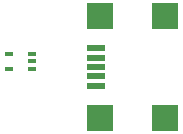
<source format=gbp>
G04*
G04 #@! TF.GenerationSoftware,Altium Limited,Altium Designer,24.3.1 (35)*
G04*
G04 Layer_Color=128*
%FSLAX44Y44*%
%MOMM*%
G71*
G04*
G04 #@! TF.SameCoordinates,DD5606FB-0AE3-4311-A501-CF171F200833*
G04*
G04*
G04 #@! TF.FilePolarity,Positive*
G04*
G01*
G75*
%ADD65R,0.8000X0.3500*%
%ADD66R,0.8000X0.4000*%
%ADD67R,2.3000X2.2000*%
%ADD68R,1.6000X0.5500*%
D65*
X432918Y109324D02*
D03*
Y122324D02*
D03*
Y115824D02*
D03*
D66*
X413918Y122324D02*
D03*
Y109324D02*
D03*
D67*
X491254Y67930D02*
D03*
Y153930D02*
D03*
X546254Y67930D02*
D03*
Y153930D02*
D03*
D68*
X487754Y94930D02*
D03*
Y102930D02*
D03*
Y110930D02*
D03*
Y118930D02*
D03*
Y126930D02*
D03*
M02*

</source>
